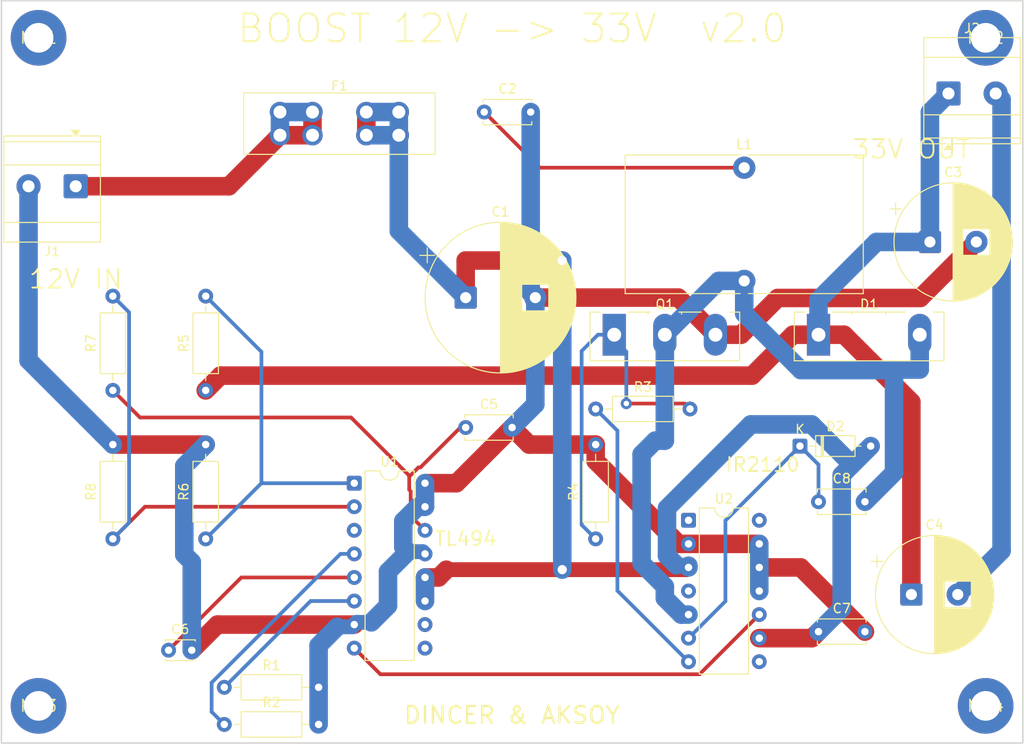
<source format=kicad_pcb>
(kicad_pcb (version 20241229) (generator "pcbnew") (generator_version "9.0")
  (layers (0 "F.Cu" signal) (2 "B.Cu" signal) (13 "F.Paste" user) (15 "B.Paste" user) (5 "F.SilkS" user "F.Silkscreen") (7 "B.SilkS" user "B.Silkscreen") (1 "F.Mask" user) (3 "B.Mask" user) (25 "Edge.Cuts" user))
  (net 0 "")
  (net 1 "+12V")
  (net 2 "/GATE")
  (net 3 "/PWM")
  (net 4 "/SW")
  (net 5 "/VOUT")
  (net 6 "/VREF")
  (net 7 "GND")
  (net 8 "Net-(C2-Pad1)")
  (net 9 "Net-(D2-K)")
  (net 10 "Net-(J1-Pin_1)")
  (net 11 "Net-(J2-Pin_2)")
  (net 12 "Net-(U1-1IN+)")
  (net 13 "Net-(U1-1IN-)")
  (net 14 "Net-(U1-CT)")
  (net 15 "Net-(U1-DTC)")
  (net 16 "Net-(U1-RT)")
  (net 17 "Net-(U2-HO)")
  (footprint "C_Disc_D3.0mm_W2.0mm_P2.50mm" (layer "F.Cu") (at 18 70)
    (property "Reference" "C6" (at 1.25 -2.25 0) (layer "F.SilkS"))
    (property "Value" "1nF")
    (pad "1" thru_hole circle (at 0 0) (size 1.6 1.6) (drill 0.8) (layers "*.Cu" "*.Mask") (net 14 "Net-(U1-CT)"))
    (pad "2" thru_hole circle (at 2.5 0) (size 1.6 1.6) (drill 0.8) (layers "*.Cu" "*.Mask") (net 7 "GND"))
  )
  (footprint "TO-247-3_Vertical" (layer "F.Cu") (at 66 36)
    (property "Reference" "Q1" (at 5.45 -3.28 0) (layer "F.SilkS"))
    (property "Value" "IRFP4110")
    (pad "1" thru_hole rect (at 0 0) (size 2.5 4.5) (drill 1.5) (layers "*.Cu" "*.Mask") (net 2 "/GATE"))
    (pad "2" thru_hole oval (at 5.45 0) (size 2.5 4.5) (drill 1.5) (layers "*.Cu" "*.Mask") (net 4 "/SW"))
    (pad "3" thru_hole oval (at 10.9 0) (size 2.5 4.5) (drill 1.5) (layers "*.Cu" "*.Mask") (net 7 "GND"))
  )
  (footprint "C_Disc_D5.0mm_W2.5mm_P5.00mm" (layer "F.Cu") (at 88 68)
    (property "Reference" "C7" (at 2.5 -2.5 0) (layer "F.SilkS"))
    (property "Value" "100nF")
    (pad "1" thru_hole circle (at 0 0) (size 1.6 1.6) (drill 0.8) (layers "*.Cu" "*.Mask") (net 1 "+12V"))
    (pad "2" thru_hole circle (at 5 0) (size 1.6 1.6) (drill 0.8) (layers "*.Cu" "*.Mask") (net 7 "GND"))
  )
  (footprint "C_Disc_D5.0mm_W2.5mm_P5.00mm" (layer "F.Cu") (at 50 46)
    (property "Reference" "C5" (at 2.5 -2.5 0) (layer "F.SilkS"))
    (property "Value" "100nF")
    (pad "1" thru_hole circle (at 0 0) (size 1.6 1.6) (drill 0.8) (layers "*.Cu" "*.Mask") (net 6 "/VREF"))
    (pad "2" thru_hole circle (at 5 0) (size 1.6 1.6) (drill 0.8) (layers "*.Cu" "*.Mask") (net 7 "GND"))
  )
  (footprint "C_Disc_D5.0mm_W2.5mm_P5.00mm" (layer "F.Cu") (at 88 54)
    (property "Reference" "C8" (at 2.5 -2.5 0) (layer "F.SilkS"))
    (property "Value" "1uF")
    (pad "1" thru_hole circle (at 0 0) (size 1.6 1.6) (drill 0.8) (layers "*.Cu" "*.Mask") (net 9 "Net-(D2-K)"))
    (pad "2" thru_hole circle (at 5 0) (size 1.6 1.6) (drill 0.8) (layers "*.Cu" "*.Mask") (net 4 "/SW"))
  )
  (footprint "TO-247-2_Vertical" (layer "F.Cu") (at 88 36)
    (property "Reference" "D1" (at 5.45 -3.28 0) (layer "F.SilkS"))
    (property "Value" "MBR40250G")
    (pad "1" thru_hole rect (at 0 0) (size 2.5 4.5) (drill 1.5) (layers "*.Cu" "*.Mask") (net 5 "/VOUT"))
    (pad "2" thru_hole oval (at 10.9 0) (size 2.5 4.5) (drill 1.5) (layers "*.Cu" "*.Mask") (net 4 "/SW"))
  )
  (footprint "FuseHolder_Blade_ATO_Littelfuse_FLR_178.6165" (layer "F.Cu") (at 30 12)
    (property "Reference" "F1" (at 6.4 -2.8 0) (layer "F.SilkS"))
    (property "Value" "30A")
    (pad "" np_thru_hole circle (at 6.4 1.25) (size 2.4 2.4) (drill 2.4) (layers "*.Cu" "*.Mask"))
    (pad "1" thru_hole circle (at 0 0) (size 2.2 2.2) (drill 1.4) (layers "*.Cu" "*.Mask") (net 10 "Net-(J1-Pin_1)"))
    (pad "1" thru_hole circle (at 0 2.5) (size 2.2 2.2) (drill 1.4) (layers "*.Cu" "*.Mask") (net 10 "Net-(J1-Pin_1)"))
    (pad "1" thru_hole circle (at 3.5 0) (size 2.2 2.2) (drill 1.4) (layers "*.Cu" "*.Mask") (net 10 "Net-(J1-Pin_1)"))
    (pad "1" thru_hole circle (at 3.5 2.5) (size 2.2 2.2) (drill 1.4) (layers "*.Cu" "*.Mask") (net 10 "Net-(J1-Pin_1)"))
    (pad "2" thru_hole circle (at 9.3 0) (size 2.2 2.2) (drill 1.4) (layers "*.Cu" "*.Mask") (net 1 "+12V"))
    (pad "2" thru_hole circle (at 9.3 2.5) (size 2.2 2.2) (drill 1.4) (layers "*.Cu" "*.Mask") (net 1 "+12V"))
    (pad "2" thru_hole circle (at 12.8 0) (size 2.2 2.2) (drill 1.4) (layers "*.Cu" "*.Mask") (net 1 "+12V"))
    (pad "2" thru_hole circle (at 12.8 2.5) (size 2.2 2.2) (drill 1.4) (layers "*.Cu" "*.Mask") (net 1 "+12V"))
  )
  (footprint "R_Axial_DIN0207_L6.3mm_D2.5mm_P10.16mm_Horizontal" (layer "F.Cu") (at 12 42 90)
    (property "Reference" "R7" (at 5.08 -2.37 90) (layer "F.SilkS"))
    (property "Value" "10k")
    (pad "1" thru_hole circle (at 0 0 90) (size 1.6 1.6) (drill 0.8) (layers "*.Cu" "*.Mask") (net 6 "/VREF"))
    (pad "2" thru_hole circle (at 10.16 0 90) (size 1.6 1.6) (drill 0.8) (layers "*.Cu" "*.Mask") (net 13 "Net-(U1-1IN-)"))
  )
  (footprint "" (layer "F.Cu") (at 106 76)
    (property "Reference" "MH4" (at 0 0 0) (layer "F.SilkS") (effects (font (size 1.27 1.27))))
    (property "Value" "")
    (pad "" thru_hole circle (at 0 0) (size 6 6) (drill 3.2) (layers "*.Cu" "*.Mask"))
  )
  (footprint "TerminalBlock_Phoenix_MKDS-3-2-5.08_1x02_P5.08mm_Horizontal" (layer "F.Cu") (at 8 20 180)
    (property "Reference" "J1" (at 2.54 -7.02 180) (layer "F.SilkS"))
    (property "Value" "12V_IN")
    (pad "1" thru_hole roundrect (at 0 0 180) (size 2.6 2.6) (drill 1.3) (layers "*.Cu" "*.Mask") (roundrect_rratio 0.096154) (net 10 "Net-(J1-Pin_1)"))
    (pad "2" thru_hole circle (at 5.08 0 180) (size 2.6 2.6) (drill 1.3) (layers "*.Cu" "*.Mask") (net 7 "GND"))
  )
  (footprint "CP_Radial_D16.0mm_P7.50mm" (layer "F.Cu") (at 50 32)
    (property "Reference" "C1" (at 3.75 -9.25 0) (layer "F.SilkS"))
    (property "Value" "2200uF")
    (pad "1" thru_hole roundrect (at 0 0) (size 2.4 2.4) (drill 1.2) (layers "*.Cu" "*.Mask") (roundrect_rratio 0.104167) (net 1 "+12V"))
    (pad "2" thru_hole circle (at 7.5 0) (size 2.4 2.4) (drill 1.2) (layers "*.Cu" "*.Mask") (net 7 "GND"))
  )
  (footprint "R_Axial_DIN0207_L6.3mm_D2.5mm_P10.16mm_Horizontal" (layer "F.Cu") (at 64 58 90)
    (property "Reference" "R4" (at 5.08 -2.37 90) (layer "F.SilkS"))
    (property "Value" "10k")
    (pad "1" thru_hole circle (at 0 0 90) (size 1.6 1.6) (drill 0.8) (layers "*.Cu" "*.Mask") (net 2 "/GATE"))
    (pad "2" thru_hole circle (at 10.16 0 90) (size 1.6 1.6) (drill 0.8) (layers "*.Cu" "*.Mask") (net 7 "GND"))
  )
  (footprint "DIP-16_W7.62mm" (layer "F.Cu") (at 38 52)
    (property "Reference" "U1" (at 3.81 -2.33 0) (layer "F.SilkS"))
    (property "Value" "TL494")
    (pad "1" thru_hole roundrect (at 0 0) (size 1.6 1.6) (drill 0.8) (layers "*.Cu" "*.Mask") (roundrect_rratio 0.15625) (net 12 "Net-(U1-1IN+)"))
    (pad "2" thru_hole circle (at 0 2.54) (size 1.6 1.6) (drill 0.8) (layers "*.Cu" "*.Mask") (net 13 "Net-(U1-1IN-)"))
    (pad "3" thru_hole circle (at 0 5.08) (size 1.6 1.6) (drill 0.8) (layers "*.Cu" "*.Mask"))
    (pad "4" thru_hole circle (at 0 7.62) (size 1.6 1.6) (drill 0.8) (layers "*.Cu" "*.Mask") (net 15 "Net-(U1-DTC)"))
    (pad "5" thru_hole circle (at 0 10.16) (size 1.6 1.6) (drill 0.8) (layers "*.Cu" "*.Mask") (net 14 "Net-(U1-CT)"))
    (pad "6" thru_hole circle (at 0 12.7) (size 1.6 1.6) (drill 0.8) (layers "*.Cu" "*.Mask") (net 16 "Net-(U1-RT)"))
    (pad "7" thru_hole circle (at 0 15.24) (size 1.6 1.6) (drill 0.8) (layers "*.Cu" "*.Mask") (net 7 "GND"))
    (pad "8" thru_hole circle (at 0 17.78) (size 1.6 1.6) (drill 0.8) (layers "*.Cu" "*.Mask") (net 3 "/PWM"))
    (pad "9" thru_hole circle (at 7.62 17.78) (size 1.6 1.6) (drill 0.8) (layers "*.Cu" "*.Mask"))
    (pad "10" thru_hole circle (at 7.62 15.24) (size 1.6 1.6) (drill 0.8) (layers "*.Cu" "*.Mask"))
    (pad "11" thru_hole circle (at 7.62 12.7) (size 1.6 1.6) (drill 0.8) (layers "*.Cu" "*.Mask") (net 1 "+12V"))
    (pad "12" thru_hole circle (at 7.62 10.16) (size 1.6 1.6) (drill 0.8) (layers "*.Cu" "*.Mask") (net 1 "+12V"))
    (pad "13" thru_hole circle (at 7.62 7.62) (size 1.6 1.6) (drill 0.8) (layers "*.Cu" "*.Mask") (net 7 "GND"))
    (pad "14" thru_hole circle (at 7.62 5.08) (size 1.6 1.6) (drill 0.8) (layers "*.Cu" "*.Mask") (net 6 "/VREF"))
    (pad "15" thru_hole circle (at 7.62 2.54) (size 1.6 1.6) (drill 0.8) (layers "*.Cu" "*.Mask") (net 7 "GND"))
    (pad "16" thru_hole circle (at 7.62 0) (size 1.6 1.6) (drill 0.8) (layers "*.Cu" "*.Mask") (net 7 "GND"))
  )
  (footprint "" (layer "F.Cu") (at 4 76)
    (property "Reference" "MH3" (at 0 0 0) (layer "F.SilkS") (effects (font (size 1.27 1.27))))
    (property "Value" "")
    (pad "" thru_hole circle (at 0 0) (size 6 6) (drill 3.2) (layers "*.Cu" "*.Mask"))
  )
  (footprint "CP_Radial_D12.5mm_P5.00mm" (layer "F.Cu") (at 98 64)
    (property "Reference" "C4" (at 2.5 -7.5 0) (layer "F.SilkS"))
    (property "Value" "470uF")
    (pad "1" thru_hole roundrect (at 0 0) (size 2.4 2.4) (drill 1.2) (layers "*.Cu" "*.Mask") (roundrect_rratio 0.104167) (net 5 "/VOUT"))
    (pad "2" thru_hole circle (at 5 0) (size 2.4 2.4) (drill 1.2) (layers "*.Cu" "*.Mask") (net 11 "Net-(J2-Pin_2)"))
  )
  (footprint "R_Axial_DIN0207_L6.3mm_D2.5mm_P10.16mm_Horizontal" (layer "F.Cu") (at 64 44)
    (property "Reference" "R3" (at 5.08 -2.37 0) (layer "F.SilkS"))
    (property "Value" "10R")
    (pad "1" thru_hole circle (at 0 0) (size 1.6 1.6) (drill 0.8) (layers "*.Cu" "*.Mask") (net 17 "Net-(U2-HO)"))
    (pad "2" thru_hole circle (at 10.16 0) (size 1.6 1.6) (drill 0.8) (layers "*.Cu" "*.Mask") (net 2 "/GATE"))
  )
  (footprint "" (layer "F.Cu") (at 4 4)
    (property "Reference" "MH1" (at 0 0 0) (layer "F.SilkS") (effects (font (size 1.27 1.27))))
    (property "Value" "")
    (pad "" thru_hole circle (at 0 0) (size 6 6) (drill 3.2) (layers "*.Cu" "*.Mask"))
  )
  (footprint "R_Axial_DIN0207_L6.3mm_D2.5mm_P10.16mm_Horizontal" (layer "F.Cu") (at 24 78)
    (property "Reference" "R2" (at 5.08 -2.37 0) (layer "F.SilkS"))
    (property "Value" "47k")
    (pad "1" thru_hole circle (at 0 0) (size 1.6 1.6) (drill 0.8) (layers "*.Cu" "*.Mask") (net 15 "Net-(U1-DTC)"))
    (pad "2" thru_hole circle (at 10.16 0) (size 1.6 1.6) (drill 0.8) (layers "*.Cu" "*.Mask") (net 7 "GND"))
  )
  (footprint "R_Axial_DIN0207_L6.3mm_D2.5mm_P10.16mm_Horizontal" (layer "F.Cu") (at 24 74)
    (property "Reference" "R1" (at 5.08 -2.37 0) (layer "F.SilkS"))
    (property "Value" "10k")
    (pad "1" thru_hole circle (at 0 0) (size 1.6 1.6) (drill 0.8) (layers "*.Cu" "*.Mask") (net 16 "Net-(U1-RT)"))
    (pad "2" thru_hole circle (at 10.16 0) (size 1.6 1.6) (drill 0.8) (layers "*.Cu" "*.Mask") (net 7 "GND"))
  )
  (footprint "TerminalBlock_Phoenix_MKDS-3-2-5.08_1x02_P5.08mm_Horizontal" (layer "F.Cu") (at 102 10)
    (property "Reference" "J2" (at 2.54 -7.02 0) (layer "F.SilkS"))
    (property "Value" "33V_OUT")
    (pad "1" thru_hole roundrect (at 0 0) (size 2.6 2.6) (drill 1.3) (layers "*.Cu" "*.Mask") (roundrect_rratio 0.096154) (net 5 "/VOUT"))
    (pad "2" thru_hole circle (at 5.08 0) (size 2.6 2.6) (drill 1.3) (layers "*.Cu" "*.Mask") (net 11 "Net-(J2-Pin_2)"))
  )
  (footprint "R_Axial_DIN0207_L6.3mm_D2.5mm_P10.16mm_Horizontal" (layer "F.Cu") (at 22 58 90)
    (property "Reference" "R6" (at 5.08 -2.37 90) (layer "F.SilkS"))
    (property "Value" "5.6k")
    (pad "1" thru_hole circle (at 0 0 90) (size 1.6 1.6) (drill 0.8) (layers "*.Cu" "*.Mask") (net 12 "Net-(U1-1IN+)"))
    (pad "2" thru_hole circle (at 10.16 0 90) (size 1.6 1.6) (drill 0.8) (layers "*.Cu" "*.Mask") (net 7 "GND"))
  )
  (footprint "L_Toroid_Vertical_L25.4mm_W14.7mm_P12.20mm_Vishay_TJ5" (layer "F.Cu") (at 80 18)
    (property "Reference" "L1" (at 0 -2.5 0) (layer "F.SilkS"))
    (property "Value" "22uH")
    (pad "1" thru_hole circle (at 0 0) (size 2.4 2.4) (drill 1.2) (layers "*.Cu" "*.Mask") (net 8 "Net-(C2-Pad1)"))
    (pad "2" thru_hole circle (at 0 12.2) (size 2.4 2.4) (drill 1.2) (layers "*.Cu" "*.Mask") (net 4 "/SW"))
  )
  (footprint "DIP-14_W7.62mm" (layer "F.Cu") (at 74 56)
    (property "Reference" "U2" (at 3.81 -2.33 0) (layer "F.SilkS"))
    (property "Value" "IR2110")
    (pad "1" thru_hole roundrect (at 0 0) (size 1.6 1.6) (drill 0.8) (layers "*.Cu" "*.Mask") (roundrect_rratio 0.15625))
    (pad "2" thru_hole circle (at 0 2.54) (size 1.6 1.6) (drill 0.8) (layers "*.Cu" "*.Mask") (net 7 "GND"))
    (pad "3" thru_hole circle (at 0 5.08) (size 1.6 1.6) (drill 0.8) (layers "*.Cu" "*.Mask") (net 1 "+12V"))
    (pad "4" thru_hole circle (at 0 7.62) (size 1.6 1.6) (drill 0.8) (layers "*.Cu" "*.Mask"))
    (pad "5" thru_hole circle (at 0 10.16) (size 1.6 1.6) (drill 0.8) (layers "*.Cu" "*.Mask") (net 4 "/SW"))
    (pad "6" thru_hole circle (at 0 12.7) (size 1.6 1.6) (drill 0.8) (layers "*.Cu" "*.Mask") (net 9 "Net-(D2-K)"))
    (pad "7" thru_hole circle (at 0 15.24) (size 1.6 1.6) (drill 0.8) (layers "*.Cu" "*.Mask") (net 17 "Net-(U2-HO)"))
    (pad "8" thru_hole circle (at 7.62 15.24) (size 1.6 1.6) (drill 0.8) (layers "*.Cu" "*.Mask"))
    (pad "9" thru_hole circle (at 7.62 12.7) (size 1.6 1.6) (drill 0.8) (layers "*.Cu" "*.Mask") (net 1 "+12V"))
    (pad "10" thru_hole circle (at 7.62 10.16) (size 1.6 1.6) (drill 0.8) (layers "*.Cu" "*.Mask") (net 3 "/PWM"))
    (pad "11" thru_hole circle (at 7.62 7.62) (size 1.6 1.6) (drill 0.8) (layers "*.Cu" "*.Mask") (net 7 "GND"))
    (pad "12" thru_hole circle (at 7.62 5.08) (size 1.6 1.6) (drill 0.8) (layers "*.Cu" "*.Mask") (net 7 "GND"))
    (pad "13" thru_hole circle (at 7.62 2.54) (size 1.6 1.6) (drill 0.8) (layers "*.Cu" "*.Mask") (net 7 "GND"))
    (pad "14" thru_hole circle (at 7.62 0) (size 1.6 1.6) (drill 0.8) (layers "*.Cu" "*.Mask"))
  )
  (footprint "R_Axial_DIN0207_L6.3mm_D2.5mm_P10.16mm_Horizontal" (layer "F.Cu") (at 12 58 90)
    (property "Reference" "R8" (at 5.08 -2.37 90) (layer "F.SilkS"))
    (property "Value" "10k")
    (pad "1" thru_hole circle (at 0 0 90) (size 1.6 1.6) (drill 0.8) (layers "*.Cu" "*.Mask") (net 13 "Net-(U1-1IN-)"))
    (pad "2" thru_hole circle (at 10.16 0 90) (size 1.6 1.6) (drill 0.8) (layers "*.Cu" "*.Mask") (net 7 "GND"))
  )
  (footprint "D_DO-35_SOD27_P7.62mm_Horizontal" (layer "F.Cu") (at 86 48)
    (property "Reference" "D2" (at 3.81 -2.12 0) (layer "F.SilkS"))
    (property "Value" "1N4148")
    (fp_text user "K" (at 0 -1.8 0) (layer "F.SilkS"))
    (pad "1" thru_hole roundrect (at 0 0) (size 1.6 1.6) (drill 0.8) (layers "*.Cu" "*.Mask") (roundrect_rratio 0.15625) (net 9 "Net-(D2-K)"))
    (pad "2" thru_hole circle (at 7.62 0) (size 1.6 1.6) (drill 0.8) (layers "*.Cu" "*.Mask") (net 1 "+12V"))
  )
  (footprint "CP_Radial_D12.5mm_P5.00mm" (layer "F.Cu") (at 100 26)
    (property "Reference" "C3" (at 2.5 -7.5 0) (layer "F.SilkS"))
    (property "Value" "470uF")
    (pad "1" thru_hole roundrect (at 0 0) (size 2.4 2.4) (drill 1.2) (layers "*.Cu" "*.Mask") (roundrect_rratio 0.104167) (net 5 "/VOUT"))
    (pad "2" thru_hole circle (at 5 0) (size 2.4 2.4) (drill 1.2) (layers "*.Cu" "*.Mask") (net 7 "GND"))
  )
  (footprint "C_Disc_D5.0mm_W2.5mm_P5.00mm" (layer "F.Cu") (at 52 12)
    (property "Reference" "C2" (at 2.5 -2.5 0) (layer "F.SilkS"))
    (property "Value" "100nF")
    (pad "1" thru_hole circle (at 0 0) (size 1.6 1.6) (drill 0.8) (layers "*.Cu" "*.Mask") (net 8 "Net-(C2-Pad1)"))
    (pad "2" thru_hole circle (at 5 0) (size 1.6 1.6) (drill 0.8) (layers "*.Cu" "*.Mask") (net 7 "GND"))
  )
  (footprint "R_Axial_DIN0207_L6.3mm_D2.5mm_P10.16mm_Horizontal" (layer "F.Cu") (at 22 42 90)
    (property "Reference" "R5" (at 5.08 -2.37 90) (layer "F.SilkS"))
    (property "Value" "100k")
    (pad "1" thru_hole circle (at 0 0 90) (size 1.6 1.6) (drill 0.8) (layers "*.Cu" "*.Mask") (net 5 "/VOUT"))
    (pad "2" thru_hole circle (at 10.16 0 90) (size 1.6 1.6) (drill 0.8) (layers "*.Cu" "*.Mask") (net 12 "Net-(U1-1IN+)"))
  )
  (footprint "" (layer "F.Cu") (at 106 4)
    (property "Reference" "MH2" (at 0 0 0) (layer "F.SilkS") (effects (font (size 1.27 1.27))))
    (property "Value" "")
    (pad "" thru_hole circle (at 0 0) (size 6 6) (drill 3.2) (layers "*.Cu" "*.Mask"))
  )
  (gr_line (start 110 80) (end 0 80) (stroke (width 0.15)) (layer "Edge.Cuts"))
  (gr_line (start 0 0) (end 110 0) (stroke (width 0.15)) (layer "Edge.Cuts"))
  (gr_line (start 110 0) (end 110 80) (stroke (width 0.15)) (layer "Edge.Cuts"))
  (gr_line (start 0 80) (end 0 0) (stroke (width 0.15)) (layer "Edge.Cuts"))
  (gr_text "IR2110" (at 82 50 0) (layer "F.SilkS") (effects (font (size 1.5 1.5) (thickness 0.2))))
  (gr_text "TL494" (at 50 58 0) (layer "F.SilkS") (effects (font (size 1.5 1.5) (thickness 0.2))))
  (gr_text "12V IN" (at 8 30 0) (layer "F.SilkS") (effects (font (size 2 2) (thickness 0.2))))
  (gr_text "33V OUT" (at 98 16 0) (layer "F.SilkS") (effects (font (size 2 2) (thickness 0.2))))
  (gr_text "DINCER & AKSOY" (at 55 77 0) (layer "F.SilkS") (effects (font (size 1.8 1.8) (thickness 0.25))))
  (gr_text "BOOST 12V -> 33V  v2.0" (at 55 3 0) (layer "F.SilkS") (effects (font (size 3 3) (thickness 0.2))))
  (segment (start 45.62 62.16) (end 47.08 62.16) (width 2) (layer "F.Cu") (net 1))
  (segment (start 81.62 68.7) (end 87.3 68.7) (width 2) (layer "F.Cu") (net 1))
  (segment (start 87.3 68.7) (end 88 68) (width 2) (layer "F.Cu") (net 1))
  (segment (start 47.9202 61.3198) (end 73.7602 61.3198) (width 1.5998) (layer "F.Cu") (net 1))
  (segment (start 47.08 62.16) (end 47.9202 61.3198) (width 2) (layer "F.Cu") (net 1))
  (segment (start 73.7602 61.3198) (end 74 61.08) (width 1.5998) (layer "F.Cu") (net 1))
  (segment (start 90.4983 65.5017) (end 88 68) (width 2) (layer "B.Cu") (net 1))
  (segment (start 71.6844 59.8246) (end 72.7 60.8402) (width 2) (layer "B.Cu") (net 1))
  (segment (start 74 60.89) (end 74 61.08) (width 2) (layer "B.Cu") (net 1))
  (segment (start 50 32) (end 42.8 24.8) (width 2) (layer "B.Cu") (net 1))
  (segment (start 91.6098 50.0102) (end 87.2648 45.6653) (width 2) (layer "B.Cu") (net 1))
  (segment (start 73.9502 60.8402) (end 74 60.89) (width 1.5998) (layer "B.Cu") (net 1))
  (segment (start 71.6844 54.6925) (end 71.6844 59.8246) (width 2) (layer "B.Cu") (net 1))
  (segment (start 87.2648 45.6653) (end 80.7116 45.6653) (width 2) (layer "B.Cu") (net 1))
  (segment (start 91.6098 50.0102) (end 90.4983 51.1217) (width 2) (layer "B.Cu") (net 1))
  (segment (start 80.7116 45.6653) (end 71.6844 54.6925) (width 2) (layer "B.Cu") (net 1))
  (segment (start 45.62 62.16) (end 45.62 64.7) (width 2) (layer "B.Cu") (net 1))
  (segment (start 72.7 60.8402) (end 73.9502 60.8402) (width 1.5998) (layer "B.Cu") (net 1))
  (segment (start 93.62 48) (end 91.6098 50.0102) (width 2) (layer "B.Cu") (net 1))
  (segment (start 42.8 14.5) (end 42.8 12) (width 2) (layer "B.Cu") (net 1))
  (segment (start 42.8 24.8) (end 42.8 14.5) (width 2) (layer "B.Cu") (net 1))
  (segment (start 90.4983 51.1217) (end 90.4983 65.5017) (width 2) (layer "B.Cu") (net 1))
  (segment (start 73.5762 43.4162) (end 74.16 44) (width 0.4) (layer "F.Cu") (net 2))
  (segment (start 67.3014 43.4162) (end 73.5762 43.4162) (width 0.4) (layer "F.Cu") (net 2))
  (via (at 67.3014 43.4162) (size 1.2) (drill 0.6) (layers "F.Cu" "B.Cu") (net 2))
  (segment (start 65.475 36) (end 67.3014 37.8264) (width 0.4) (layer "B.Cu") (net 2))
  (segment (start 62.4907 37.7576) (end 64.2483 36) (width 0.4) (layer "B.Cu") (net 2))
  (segment (start 64 58) (end 62.4907 56.4907) (width 0.4) (layer "B.Cu") (net 2))
  (segment (start 67.3014 37.8264) (end 67.3014 43.4162) (width 0.4) (layer "B.Cu") (net 2))
  (segment (start 62.4907 56.4907) (end 62.4907 37.7576) (width 0.4) (layer "B.Cu") (net 2))
  (segment (start 65.475 36) (end 64.2483 36) (width 0.4) (layer "B.Cu") (net 2))
  (segment (start 66 36) (end 65.475 36) (width 0.4) (layer "B.Cu") (net 2))
  (segment (start 81.62 66.16) (end 75.1884 72.5916) (width 0.4) (layer "F.Cu") (net 3))
  (segment (start 75.1884 72.5916) (end 40.8116 72.5916) (width 0.4) (layer "F.Cu") (net 3))
  (segment (start 40.8116 72.5916) (end 38 69.78) (width 0.4) (layer "F.Cu") (net 3))
  (segment (start 96.1936 39.7517) (end 96.1344 39.8109) (width 2) (layer "B.Cu") (net 4))
  (segment (start 71.45 36) (end 71.45 47.4166) (width 2) (layer "B.Cu") (net 4))
  (segment (start 71.45 64.3951) (end 73.2149 66.16) (width 2) (layer "B.Cu") (net 4))
  (segment (start 80 33.7093) (end 80 30.2) (width 2) (layer "B.Cu") (net 4))
  (segment (start 96.1344 39.8109) (end 96.1344 50.8656) (width 2) (layer "B.Cu") (net 4))
  (segment (start 96.1344 50.8656) (end 93 54) (width 2) (layer "B.Cu") (net 4))
  (segment (start 73.2149 66.16) (end 74 66.16) (width 2) (layer "B.Cu") (net 4))
  (segment (start 71.45 63.1281) (end 71.45 64.3951) (width 2) (layer "B.Cu") (net 4))
  (segment (start 68.9483 48.8821) (end 68.9483 60.6264) (width 2) (layer "B.Cu") (net 4))
  (segment (start 98.9 36) (end 98.9 39.7517) (width 2) (layer "B.Cu") (net 4))
  (segment (start 98.9 39.7517) (end 96.1936 39.7517) (width 2) (layer "B.Cu") (net 4))
  (segment (start 77.25 30.2) (end 71.45 36) (width 2) (layer "B.Cu") (net 4))
  (segment (start 71.45 47.4166) (end 70.4138 47.4166) (width 2) (layer "B.Cu") (net 4))
  (segment (start 96.1344 39.8109) (end 86.1016 39.8109) (width 2) (layer "B.Cu") (net 4))
  (segment (start 68.9483 60.6264) (end 71.45 63.1281) (width 2) (layer "B.Cu") (net 4))
  (segment (start 70.4138 47.4166) (end 68.9483 48.8821) (width 2) (layer "B.Cu") (net 4))
  (segment (start 86.1016 39.8109) (end 80 33.7093) (width 2) (layer "B.Cu") (net 4))
  (segment (start 80 30.2) (end 77.25 30.2) (width 2) (layer "B.Cu") (net 4))
  (segment (start 80.8415 40.4068) (end 85.2483 36) (width 2) (layer "F.Cu") (net 5))
  (segment (start 88 36) (end 90.7517 36) (width 2) (layer "F.Cu") (net 5))
  (segment (start 98 64) (end 98 43.2483) (width 2) (layer "F.Cu") (net 5))
  (segment (start 98 43.2483) (end 90.7517 36) (width 2) (layer "F.Cu") (net 5))
  (segment (start 23.5932 40.4068) (end 80.8415 40.4068) (width 2) (layer "F.Cu") (net 5))
  (segment (start 88 36) (end 85.2483 36) (width 2) (layer "F.Cu") (net 5))
  (segment (start 22 42) (end 23.5932 40.4068) (width 2) (layer "F.Cu") (net 5))
  (segment (start 100 12) (end 100 26) (width 2) (layer "B.Cu") (net 5))
  (segment (start 94.2483 26) (end 88 32.2483) (width 2) (layer "B.Cu") (net 5))
  (segment (start 88 36) (end 88 32.2483) (width 2) (layer "B.Cu") (net 5))
  (segment (start 100 26) (end 94.2483 26) (width 2) (layer "B.Cu") (net 5))
  (segment (start 102 10) (end 100 12) (width 2) (layer "B.Cu") (net 5))
  (segment (start 14.92 44.92) (end 37.6542 44.92) (width 0.4) (layer "F.Cu") (net 6))
  (segment (start 43.9739 51.2396) (end 43.9183 51.2952) (width 0.4) (layer "F.Cu") (net 6))
  (segment (start 44.0804 55.5404) (end 45.62 57.08) (width 0.4) (layer "F.Cu") (net 6))
  (segment (start 44.9152 50.2983) (end 43.9739 51.2396) (width 0.4) (layer "F.Cu") (net 6))
  (segment (start 50 46) (end 49.4266 46) (width 0.4) (layer "F.Cu") (net 6))
  (segment (start 43.9183 51.2952) (end 43.9183 52.7048) (width 0.4) (layer "F.Cu") (net 6))
  (segment (start 49.4266 46) (end 45.1283 50.2983) (width 0.4) (layer "F.Cu") (net 6))
  (segment (start 43.9183 52.7048) (end 44.0804 52.8669) (width 0.4) (layer "F.Cu") (net 6))
  (segment (start 44.0804 52.8669) (end 44.0804 55.5404) (width 0.4) (layer "F.Cu") (net 6))
  (segment (start 12 42) (end 14.92 44.92) (width 0.4) (layer "F.Cu") (net 6))
  (segment (start 45.1283 50.2983) (end 44.9152 50.2983) (width 0.4) (layer "F.Cu") (net 6))
  (segment (start 37.6542 44.92) (end 43.9739 51.2396) (width 0.4) (layer "F.Cu") (net 6))
  (segment (start 76.9 36) (end 79.6517 36) (width 2) (layer "F.Cu") (net 7))
  (segment (start 55 46) (end 49 52) (width 2) (layer "F.Cu") (net 7))
  (segment (start 81.62 58.54) (end 74 58.54) (width 2) (layer "F.Cu") (net 7))
  (segment (start 72.9 32) (end 57.5 32) (width 2) (layer "F.Cu") (net 7))
  (segment (start 74 58.54) (end 72.9309 58.54) (width 2) (layer "F.Cu") (net 7))
  (segment (start 23.26 67.24) (end 20.5 70) (width 2) (layer "F.Cu") (net 7))
  (segment (start 83.613 32.0387) (end 79.6517 36) (width 2) (layer "F.Cu") (net 7))
  (segment (start 64 47.84) (end 56.84 47.84) (width 2) (layer "F.Cu") (net 7))
  (segment (start 38 67.24) (end 23.26 67.24) (width 2) (layer "F.Cu") (net 7))
  (segment (start 86.08 61.08) (end 93 68) (width 2) (layer "F.Cu") (net 7))
  (segment (start 105 26) (end 98.9613 32.0387) (width 2) (layer "F.Cu") (net 7))
  (segment (start 98.9613 32.0387) (end 83.613 32.0387) (width 2) (layer "F.Cu") (net 7))
  (segment (start 56.84 47.84) (end 55 46) (width 2) (layer "F.Cu") (net 7))
  (segment (start 12 47.84) (end 22 47.84) (width 2) (layer "F.Cu") (net 7))
  (segment (start 81.62 61.08) (end 86.08 61.08) (width 2) (layer "F.Cu") (net 7))
  (segment (start 49 52) (end 45.62 52) (width 2) (layer "F.Cu") (net 7))
  (segment (start 76.9 36) (end 72.9 32) (width 2) (layer "F.Cu") (net 7))
  (segment (start 64 49.6091) (end 64 47.84) (width 2) (layer "F.Cu") (net 7))
  (segment (start 72.9309 58.54) (end 64 49.6091) (width 2) (layer "F.Cu") (net 7))
  (segment (start 45.62 52) (end 45.62 54.54) (width 2) (layer "B.Cu") (net 7))
  (segment (start 43.2791 58.8739) (end 43.7854 59.3802) (width 2) (layer "B.Cu") (net 7))
  (segment (start 81.62 61.08) (end 81.62 63.62) (width 2) (layer "B.Cu") (net 7))
  (segment (start 45.62 54.54) (end 44.8262 54.54) (width 2) (layer "B.Cu") (net 7))
  (segment (start 34.16 74) (end 34.16 69.4852) (width 2) (layer "B.Cu") (net 7))
  (segment (start 57.5 43.5) (end 55 46) (width 2) (layer "B.Cu") (net 7))
  (segment (start 57 31.5) (end 57.5 32) (width 2) (layer "B.Cu") (net 7))
  (segment (start 2.92 38.76) (end 12 47.84) (width 2) (layer "B.Cu") (net 7))
  (segment (start 34.16 78) (end 34.16 74) (width 2) (layer "B.Cu") (net 7))
  (segment (start 19.6935 59.6935) (end 20.5 60.5) (width 2) (layer "B.Cu") (net 7))
  (segment (start 45.3802 59.3802) (end 45.62 59.62) (width 1.5998) (layer "B.Cu") (net 7))
  (segment (start 19.6935 50.1465) (end 19.6935 59.6935) (width 2) (layer "B.Cu") (net 7))
  (segment (start 41.6344 61.5312) (end 41.6344 65.2005) (width 2) (layer "B.Cu") (net 7))
  (segment (start 37.7602 67.4798) (end 38 67.24) (width 1.5998) (layer "B.Cu") (net 7))
  (segment (start 44.8262 54.54) (end 43.2791 56.0871) (width 2) (layer "B.Cu") (net 7))
  (segment (start 22 47.84) (end 19.6935 50.1465) (width 2) (layer "B.Cu") (net 7))
  (segment (start 81.62 58.54) (end 81.62 61.08) (width 2) (layer "B.Cu") (net 7))
  (segment (start 39.8347 67.0002) (end 38.2398 67.0002) (width 1.5998) (layer "B.Cu") (net 7))
  (segment (start 20.5 60.5) (end 20.5 70) (width 2) (layer "B.Cu") (net 7))
  (segment (start 38.2398 67.0002) (end 38 67.24) (width 1.5998) (layer "B.Cu") (net 7))
  (segment (start 43.7854 59.3802) (end 45.3802 59.3802) (width 1.5998) (layer "B.Cu") (net 7))
  (segment (start 36.1654 67.4798) (end 37.7602 67.4798) (width 1.5998) (layer "B.Cu") (net 7))
  (segment (start 2.92 20) (end 2.92 38.76) (width 2) (layer "B.Cu") (net 7))
  (segment (start 43.2791 56.0871) (end 43.2791 58.8739) (width 2) (layer "B.Cu") (net 7))
  (segment (start 41.6344 65.2005) (end 39.8347 67.0002) (width 2) (layer "B.Cu") (net 7))
  (segment (start 43.7854 59.3802) (end 41.6344 61.5312) (width 2) (layer "B.Cu") (net 7))
  (segment (start 57.5 32) (end 57.5 43.5) (width 2) (layer "B.Cu") (net 7))
  (segment (start 57 12) (end 57 31.5) (width 2) (layer "B.Cu") (net 7))
  (segment (start 34.16 69.4852) (end 36.1654 67.4798) (width 2) (layer "B.Cu") (net 7))
  (segment (start 58 18) (end 52 12) (width 0.4) (layer "F.Cu") (net 8))
  (segment (start 80 18) (end 58 18) (width 0.4) (layer "F.Cu") (net 8))
  (segment (start 74 68.7) (end 77.9718 64.7282) (width 0.4) (layer "B.Cu") (net 9))
  (segment (start 77.9718 64.7282) (end 77.9718 56.0282) (width 0.4) (layer "B.Cu") (net 9))
  (segment (start 88 50) (end 88 54) (width 0.4) (layer "B.Cu") (net 9))
  (segment (start 86 48) (end 88 50) (width 0.4) (layer "B.Cu") (net 9))
  (segment (start 77.9718 56.0282) (end 86 48) (width 0.4) (layer "B.Cu") (net 9))
  (segment (start 8 20) (end 24.5 20) (width 2) (layer "F.Cu") (net 10))
  (segment (start 24.5 20) (end 30 14.5) (width 2) (layer "F.Cu") (net 10))
  (segment (start 30 14.5) (end 30 12) (width 2) (layer "B.Cu") (net 10))
  (segment (start 107.7144 59.2856) (end 107.7144 10.6344) (width 2) (layer "B.Cu") (net 11))
  (segment (start 107.7144 10.6344) (end 107.08 10) (width 2) (layer "B.Cu") (net 11))
  (segment (start 103 64) (end 107.7144 59.2856) (width 2) (layer "B.Cu") (net 11))
  (segment (start 28 37.84) (end 28 52) (width 0.4) (layer "B.Cu") (net 12))
  (segment (start 38 52) (end 28 52) (width 0.4) (layer "B.Cu") (net 12))
  (segment (start 22 31.84) (end 28 37.84) (width 0.4) (layer "B.Cu") (net 12))
  (segment (start 28 52) (end 22 58) (width 0.4) (layer "B.Cu") (net 12))
  (segment (start 38 54.54) (end 15.46 54.54) (width 0.4) (layer "F.Cu") (net 13))
  (segment (start 15.46 54.54) (end 12 58) (width 0.4) (layer "F.Cu") (net 13))
  (segment (start 13.7461 56.2539) (end 12 58) (width 0.4) (layer "B.Cu") (net 13))
  (segment (start 12 31.84) (end 13.7461 33.5861) (width 0.4) (layer "B.Cu") (net 13))
  (segment (start 13.7461 33.5861) (end 13.7461 56.2539) (width 0.4) (layer "B.Cu") (net 13))
  (segment (start 25.84 62.16) (end 18 70) (width 0.4) (layer "F.Cu") (net 14))
  (segment (start 38 62.16) (end 25.84 62.16) (width 0.4) (layer "F.Cu") (net 14))
  (segment (start 36.5154 59.62) (end 38 59.62) (width 0.4) (layer "B.Cu") (net 15))
  (segment (start 22.6386 73.4968) (end 36.5154 59.62) (width 0.4) (layer "B.Cu") (net 15))
  (segment (start 22.6386 76.6386) (end 22.6386 73.4968) (width 0.4) (layer "B.Cu") (net 15))
  (segment (start 24 78) (end 22.6386 76.6386) (width 0.4) (layer "B.Cu") (net 15))
  (segment (start 24 74) (end 33.3 64.7) (width 0.4) (layer "B.Cu") (net 16))
  (segment (start 33.3 64.7) (end 38 64.7) (width 0.4) (layer "B.Cu") (net 16))
  (segment (start 66.3398 46.3398) (end 64 44) (width 0.4) (layer "B.Cu") (net 17))
  (segment (start 66.3398 63.5798) (end 66.3398 46.3398) (width 0.4) (layer "B.Cu") (net 17))
  (segment (start 74 71.24) (end 66.3398 63.5798) (width 0.4) (layer "B.Cu") (net 17))
  (segment (start 39.3 14.5) (end 39.3 12.0) (width 2.0) (layer "F.Cu") (net 1))
  (segment (start 39.3 14.5) (end 42.8 14.5) (width 2.0) (layer "B.Cu") (net 1))
  (segment (start 39.3 12.0) (end 42.8 12.0) (width 2.0) (layer "B.Cu") (net 1))
  (segment (start 33.5 14.5) (end 33.5 12.0) (width 2.0) (layer "F.Cu") (net 10))
  (segment (start 30.0 14.5) (end 33.5 14.5) (width 2.0) (layer "F.Cu") (net 10))
  (segment (start 30.0 12.0) (end 33.5 12.0) (width 2.0) (layer "B.Cu") (net 10))
  (segment (start 50.0 32.0) (end 50.0 28.0) (width 2.0) (layer "F.Cu") (net 1))
  (segment (start 50.0 28.0) (end 60.4 28.0) (width 2.0) (layer "F.Cu") (net 1))
  (segment (start 60.4 28.0) (end 60.4 61.32) (width 2.0) (layer "B.Cu") (net 1))
  (via (at 60.4 28.0) (size 1.8) (drill 1.0) (layers "F.Cu" "B.Cu") (net 1))
  (via (at 60.4 61.32) (size 1.8) (drill 1.0) (layers "F.Cu" "B.Cu") (net 1))
)
</source>
